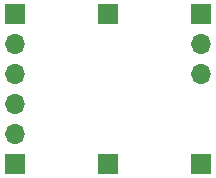
<source format=gbs>
%TF.GenerationSoftware,KiCad,Pcbnew,5.1.5+dfsg1-2build2*%
%TF.CreationDate,2021-05-01T03:04:30+02:00*%
%TF.ProjectId,myocular0.5.1d,6d796f63-756c-4617-9230-2e352e31642e,rev?*%
%TF.SameCoordinates,Original*%
%TF.FileFunction,Soldermask,Bot*%
%TF.FilePolarity,Negative*%
%FSLAX46Y46*%
G04 Gerber Fmt 4.6, Leading zero omitted, Abs format (unit mm)*
G04 Created by KiCad (PCBNEW 5.1.5+dfsg1-2build2) date 2021-05-01 03:04:30*
%MOMM*%
%LPD*%
G04 APERTURE LIST*
%ADD10R,1.700000X1.700000*%
%ADD11O,1.700000X1.700000*%
G04 APERTURE END LIST*
D10*
X20828000Y-33020000D03*
D11*
X20828000Y-30480000D03*
X20828000Y-27940000D03*
D10*
X20828000Y-20320000D03*
D11*
X20828000Y-22860000D03*
X20828000Y-25400000D03*
D10*
X28702000Y-33020000D03*
X28702000Y-20320000D03*
D11*
X36576000Y-25400000D03*
X36576000Y-22860000D03*
D10*
X36576000Y-20320000D03*
X36576000Y-33020000D03*
M02*

</source>
